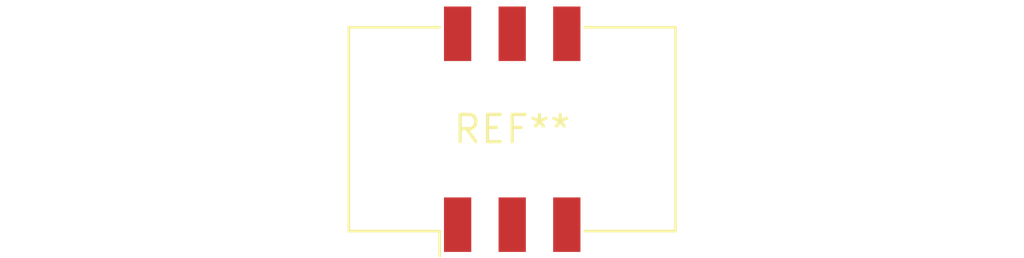
<source format=kicad_pcb>
(kicad_pcb (version 20240108) (generator pcbnew)
  (layers (0 "F.Cu" signal) (31 "B.Cu" signal) (34 "B.Paste" user) (35 "F.Paste" user) (36 "B.SilkS" user "B.Silkscreen") (37 "F.SilkS" user "F.Silkscreen") (38 "B.Mask" user) (39 "F.Mask" user) (44 "Edge.Cuts" user))
  (net 0 "")
  (footprint "Oscillator_SMD_Fordahl_DFAS1-6Pin_14.8x9.1mm" (layer "F.Cu") (at 0 0)
    (property "Reference" "REF**")
    (property "Value" "Oscillator_SMD_Fordahl_DFAS1-6Pin_14.8x9.1mm")
    (fp_line (start -7.6 -4.75) (end -3.375 -4.75) (layer "F.SilkS") (stroke (width 0.12)))
    (fp_line (start -7.6 4.75) (end -7.6 -4.75) (layer "F.SilkS") (stroke (width 0.12)))
    (fp_line (start -3.375 4.75) (end -7.6 4.75) (layer "F.SilkS") (stroke (width 0.12)))
    (fp_line (start -3.375 5.92) (end -3.375 4.75) (layer "F.SilkS") (stroke (width 0.12)))
    (fp_line (start 3.375 -4.75) (end 7.6 -4.75) (layer "F.SilkS") (stroke (width 0.12)))
    (fp_line (start 7.6 -4.75) (end 7.6 4.75) (layer "F.SilkS") (stroke (width 0.12)))
    (fp_line (start 7.6 4.75) (end 3.375 4.75) (layer "F.SilkS") (stroke (width 0.12)))
    (pad "1" smd rect (at -2.54 4.45) (size 1.27 2.54) (layers "F.Cu" "F.Paste" "F.Mask"))
    (pad "2" smd rect (at 0 4.45) (size 1.27 2.54) (layers "F.Cu" "F.Paste" "F.Mask"))
    (pad "3" smd rect (at 2.54 4.45) (size 1.27 2.54) (layers "F.Cu" "F.Paste" "F.Mask"))
    (pad "4" smd rect (at 2.54 -4.45) (size 1.27 2.54) (layers "F.Cu" "F.Paste" "F.Mask"))
    (pad "5" smd rect (at 0 -4.45) (size 1.27 2.54) (layers "F.Cu" "F.Paste" "F.Mask"))
    (pad "6" smd rect (at -2.54 -4.45) (size 1.27 2.54) (layers "F.Cu" "F.Paste" "F.Mask"))
  )
)
</source>
